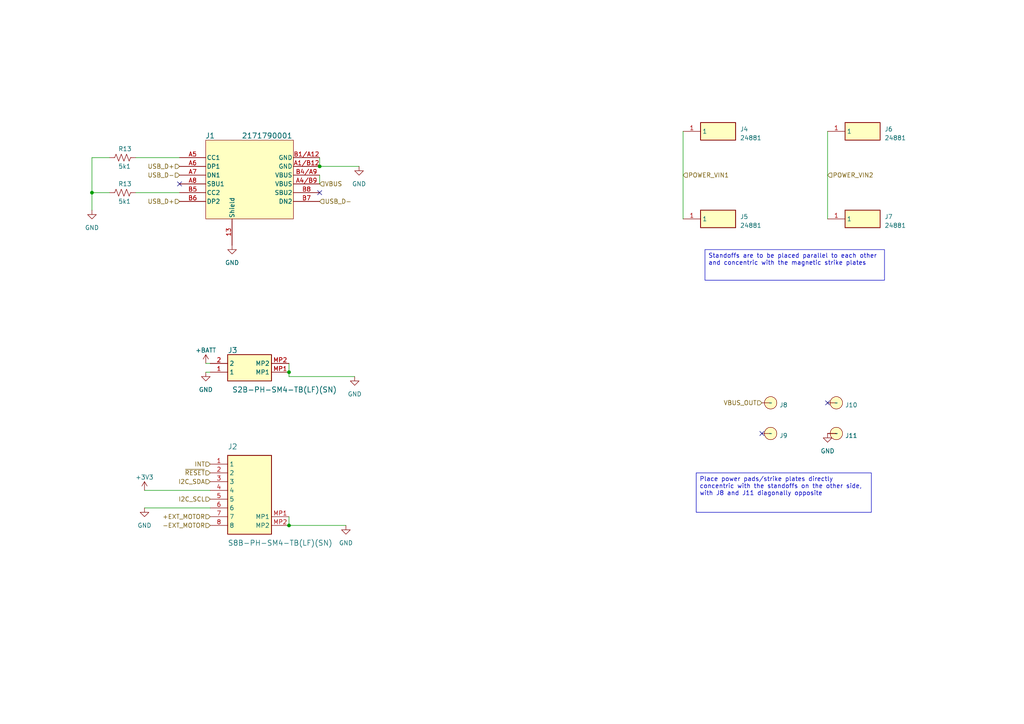
<source format=kicad_sch>
(kicad_sch (version 20230121) (generator eeschema)
  (paper "A4")
  (lib_symbols
    (symbol "Device:R_US" (pin_numbers hide) (pin_names (offset 0))
      (property "Reference" "R" (at 2.54 0 90))
      (property "Value" "R_US" (at -2.54 0 90))
      (symbol "R_US_0_1"
        (polyline (pts (xy 0 -2.286) (xy 0 -2.54)))
        (polyline (pts (xy 0 2.286) (xy 0 2.54)))
        (polyline (pts (xy 0 -0.762) (xy 1.016 -1.143) (xy 0 -1.524) (xy -1.016 -1.905) (xy 0 -2.286)))
        (polyline (pts (xy 0 0.762) (xy 1.016 0.381) (xy 0 0) (xy -1.016 -0.381) (xy 0 -0.762)))
        (polyline (pts (xy 0 2.286) (xy 1.016 1.905) (xy 0 1.524) (xy -1.016 1.143) (xy 0 0.762)))
      )
      (symbol "R_US_1_1"
        (pin passive line (at 0 3.81 270) (length 1.27) (name "~") (number "1"))
        (pin passive line (at 0 -3.81 90) (length 1.27) (name "~") (number "2"))
      )
    )
    (symbol "Eros Tracker:2171790001" (pin_names (offset 0.254))
      (property "Reference" "J" (at -11.43 11.43 0))
      (property "Value" "2171790001" (at 6.35 11.43 0))
      (symbol "2171790001_0_1"
        (pin passive line (at -3.81 -20.32 90) (length 7.62) (name "Shield") (number "13"))
        (pin passive line (at -3.81 -20.32 90) (length 7.62) hide (name "Shield") (number "14"))
        (pin passive line (at -3.81 -20.32 90) (length 7.62) hide (name "Shield") (number "15"))
        (pin passive line (at -3.81 -20.32 90) (length 7.62) hide (name "Shield") (number "16"))
        (pin power_out line (at 21.59 2.54 180) (length 7.62) (name "GND") (number "A1/B12"))
        (pin power_in line (at 21.59 -2.54 180) (length 7.62) (name "VBUS") (number "A4/B9"))
        (pin bidirectional line (at -19.05 5.08 0) (length 7.62) (name "CC1") (number "A5"))
        (pin bidirectional line (at -19.05 2.54 0) (length 7.62) (name "DP1") (number "A6"))
        (pin bidirectional line (at -19.05 0 0) (length 7.62) (name "DN1") (number "A7"))
        (pin bidirectional line (at -19.05 -2.54 0) (length 7.62) (name "SBU1") (number "A8"))
        (pin power_out line (at 21.59 5.08 180) (length 7.62) (name "GND") (number "B1/A12"))
        (pin power_in line (at 21.59 0 180) (length 7.62) (name "VBUS") (number "B4/A9"))
        (pin bidirectional line (at -19.05 -5.08 0) (length 7.62) (name "CC2") (number "B5"))
        (pin bidirectional line (at -19.05 -7.62 0) (length 7.62) (name "DP2") (number "B6"))
        (pin bidirectional line (at 21.59 -7.62 180) (length 7.62) (name "DN2") (number "B7"))
        (pin bidirectional line (at 21.59 -5.08 180) (length 7.62) (name "SBU2") (number "B8"))
      )
      (symbol "2171790001_1_1"
        (rectangle (start -11.43 10.16) (end 13.97 -12.7) (fill (type background)))
      )
    )
    (symbol "Eros Tracker:24881"
      (property "Reference" "J" (at 16.51 7.62 0))
      (property "Value" "24881" (at 16.51 5.08 0))
      (symbol "24881_1_1"
        (rectangle (start 5.08 2.54) (end 15.24 -2.54) (stroke (width 0.254)) (fill (type background)))
        (pin passive line (at 0 0 0) (length 5.08) (name "1") (number "1"))
      )
    )
    (symbol "Eros Tracker:Power_Pad" (pin_numbers hide) (pin_names hide)
      (property "Reference" "J" (at 0 2.54 0))
      (symbol "Power_Pad_0_1"
        (circle (center 0 0) (radius 1.7961) (fill (type background)))
      )
      (symbol "Power_Pad_1_1"
        (pin passive line (at -2.54 0 0) (length 2.54) (name "1") (number "1"))
      )
    )
    (symbol "Eros Tracker:S2B-PH-SM4-TB_LF__SN_"
      (property "Reference" "J" (at 19.05 7.62 0))
      (property "Value" "S2B-PH-SM4-TB_LF__SN_" (at 19.05 5.08 0))
      (symbol "S2B-PH-SM4-TB_LF__SN__1_1"
        (rectangle (start 5.08 2.54) (end 17.78 -5.08) (stroke (width 0.254)) (fill (type background)))
        (pin passive line (at 0 -2.54 0) (length 5.08) (name "1") (number "1"))
        (pin passive line (at 0 0 0) (length 5.08) (name "2") (number "2"))
        (pin passive line (at 22.86 -2.54 180) (length 5.08) (name "MP1") (number "MP1"))
        (pin passive line (at 22.86 0 180) (length 5.08) (name "MP2") (number "MP2"))
      )
    )
    (symbol "Eros Tracker:S8B-PH-SM4-TB_LF__SN_"
      (property "Reference" "J" (at 19.05 7.62 0))
      (property "Value" "S8B-PH-SM4-TB_LF__SN_" (at 19.05 5.08 0))
      (symbol "S8B-PH-SM4-TB_LF__SN__1_1"
        (rectangle (start 5.08 2.54) (end 17.78 -20.32) (stroke (width 0.254)) (fill (type background)))
        (pin passive line (at 0 -17.78 0) (length 5.08) (name "1") (number "1"))
        (pin passive line (at 0 -15.24 0) (length 5.08) (name "2") (number "2"))
        (pin passive line (at 0 -12.7 0) (length 5.08) (name "3") (number "3"))
        (pin passive line (at 0 -10.16 0) (length 5.08) (name "4") (number "4"))
        (pin passive line (at 0 -7.62 0) (length 5.08) (name "5") (number "5"))
        (pin passive line (at 0 -5.08 0) (length 5.08) (name "6") (number "6"))
        (pin passive line (at 0 -2.54 0) (length 5.08) (name "7") (number "7"))
        (pin passive line (at 0 0 0) (length 5.08) (name "8") (number "8"))
        (pin passive line (at 22.86 -2.54 180) (length 5.08) (name "MP1") (number "MP1"))
        (pin passive line (at 22.86 0 180) (length 5.08) (name "MP2") (number "MP2"))
      )
    )
    (symbol "power:+3V3" (power) (pin_names (offset 0))
      (property "Value" "+3V3" (at 0 3.556 0))
      (symbol "+3V3_0_1"
        (polyline (pts (xy -0.762 1.27) (xy 0 2.54)))
        (polyline (pts (xy 0 0) (xy 0 2.54)))
        (polyline (pts (xy 0 2.54) (xy 0.762 1.27)))
      )
      (symbol "+3V3_1_1"
        (pin power_in line (at 0 0 90) (length 0) hide (name "+3V3") (number "1"))
      )
    )
    (symbol "power:+BATT" (power) (pin_names (offset 0))
      (property "Value" "+BATT" (at 0 3.556 0))
      (symbol "+BATT_0_1"
        (polyline (pts (xy -0.762 1.27) (xy 0 2.54)))
        (polyline (pts (xy 0 0) (xy 0 2.54)))
        (polyline (pts (xy 0 2.54) (xy 0.762 1.27)))
      )
      (symbol "+BATT_1_1"
        (pin power_in line (at 0 0 90) (length 0) hide (name "+BATT") (number "1"))
      )
    )
    (symbol "power:GND" (power) (pin_names (offset 0))
      (property "Value" "GND" (at 0 -3.81 0))
      (symbol "GND_0_1"
        (polyline (pts (xy 0 0) (xy 0 -1.27) (xy 1.27 -1.27) (xy 0 -2.54) (xy -1.27 -1.27) (xy 0 -1.27)))
      )
      (symbol "GND_1_1"
        (pin power_in line (at 0 0 270) (length 0) hide (name "GND") (number "1"))
      )
    )
  )
  (junction (at 83.82 107.95))
  (junction (at 92.71 48.26))
  (junction (at 26.67 55.88))
  (junction (at 83.82 152.4))
  (no_connect (at 52.07 53.34))
  (no_connect (at 240.03 116.84))
  (no_connect (at 220.98 125.73))
  (no_connect (at 92.71 55.88))
  (wire (pts (xy 83.82 107.95) (xy 83.82 105.41)))
  (wire (pts (xy 198.12 38.1) (xy 198.12 63.5)))
  (wire (pts (xy 31.75 45.72) (xy 26.67 45.72)))
  (wire (pts (xy 60.96 105.41) (xy 59.69 105.41)))
  (wire (pts (xy 83.82 149.86) (xy 83.82 152.4)))
  (wire (pts (xy 41.91 147.32) (xy 60.96 147.32)))
  (wire (pts (xy 104.14 48.26) (xy 92.71 48.26)))
  (wire (pts (xy 102.87 109.22) (xy 83.82 109.22)))
  (wire (pts (xy 60.96 107.95) (xy 59.69 107.95)))
  (wire (pts (xy 39.37 45.72) (xy 52.07 45.72)))
  (wire (pts (xy 83.82 109.22) (xy 83.82 107.95)))
  (wire (pts (xy 39.37 55.88) (xy 52.07 55.88)))
  (wire (pts (xy 83.82 152.4) (xy 100.33 152.4)))
  (wire (pts (xy 92.71 53.34) (xy 92.71 50.8)))
  (wire (pts (xy 41.91 142.24) (xy 60.96 142.24)))
  (wire (pts (xy 92.71 45.72) (xy 92.71 48.26)))
  (wire (pts (xy 26.67 55.88) (xy 26.67 60.96)))
  (wire (pts (xy 26.67 45.72) (xy 26.67 55.88)))
  (wire (pts (xy 26.67 55.88) (xy 31.75 55.88)))
  (wire (pts (xy 240.03 38.1) (xy 240.03 63.5)))
  (text_box "Standoffs are to be placed parallel to each other and concentric with the magnetic strike plates" (at 204.47 72.39 0) (size 52.07 8.89) (effects (font (size 1.27 1.27)) (justify left top)))
  (text_box "Place power pads/strike plates directly concentric with the standoffs on the other side, with J8 and J11 diagonally opposite\n" (at 201.93 137.16 0) (size 50.8 11.43) (effects (font (size 1.27 1.27)) (justify left top)))
  (hierarchical_label "-EXT_MOTOR" (shape input) (at 60.96 152.4 180) (property "Intersheetrefs" "${INTERSHEET_REFS}" (effects hide)))
  (hierarchical_label "~{RESET}" (shape input) (at 60.96 137.16 180) (property "Intersheetrefs" "${INTERSHEET_REFS}" (effects hide)))
  (hierarchical_label "POWER_VIN2" (shape input) (at 240.03 50.8 0))
  (hierarchical_label "I2C_SCL" (shape input) (at 60.96 144.78 180) (property "Intersheetrefs" "${INTERSHEET_REFS}" (effects hide)))
  (hierarchical_label "USB_D-" (shape input) (at 92.71 58.42 0))
  (hierarchical_label "USB_D+" (shape input) (at 52.07 58.42 180))
  (hierarchical_label "POWER_VIN1" (shape input) (at 198.12 50.8 0))
  (hierarchical_label "VBUS" (shape input) (at 92.71 53.34 0))
  (hierarchical_label "+EXT_MOTOR" (shape input) (at 60.96 149.86 180) (property "Intersheetrefs" "${INTERSHEET_REFS}" (effects hide)))
  (hierarchical_label "I2C_SDA" (shape input) (at 60.96 139.7 180) (property "Intersheetrefs" "${INTERSHEET_REFS}" (effects hide)))
  (hierarchical_label "INT" (shape input) (at 60.96 134.62 180))
  (hierarchical_label "USB_D+" (shape input) (at 52.07 48.26 180))
  (hierarchical_label "USB_D-" (shape input) (at 52.07 50.8 180))
  (hierarchical_label "VBUS_OUT" (shape input) (at 220.98 116.84 180))
  (symbol (lib_id "power:GND") (at 26.67 60.96 0) (unit 1)
    (property "Reference" "#PWR040" (effects hide))
    (property "Value" "GND" (at 26.67 66.04 0))
  )
  (symbol (lib_id "Eros Tracker:Power_Pad") (at 223.52 116.84 0) (unit 1)
    (property "Reference" "J8" (at 226.06 117.475 0) (effects (justify left)))
    (property "Value" "~" (at 223.52 116.84 0))
    (property "Footprint" "Eros Tracker:10mmDisc" (effects hide))
    (property "Datasheet" "https://totalelement.com/collections/steel-discs/products/3-8-inch-steel-disc-blank-metal-strike-plates-250-pack" (effects hide))
  )
  (symbol (lib_id "Eros Tracker:S2B-PH-SM4-TB_LF__SN_") (at 60.96 105.41 0) (unit 1)
    (property "Reference" "J3" (at 66.04 101.6 0) (effects (font (size 1.524 1.524)) (justify left)))
    (property "Value" "S2B-PH-SM4-TB(LF)(SN)" (at 67.31 113.03 0) (effects (font (size 1.524 1.524)) (justify left)))
    (property "Footprint" "Eros Tracker:S2BPHSM4TBLFSN" (effects hide))
    (property "Datasheet" "https://www.jst-mfg.com/product/pdf/eng/ePH.pdf" (effects hide))
    (property "Height" "6.6" (effects hide))
    (property "Manufacturer_Name" "JST (JAPAN SOLDERLESS TERMINALS)" (effects hide))
    (property "Manufacturer_Part_Number" "S2B-PH-SM4-TB(LF)(SN)" (effects hide))
  )
  (symbol (lib_id "Device:R_US") (at 35.56 45.72 270) (unit 1)
    (property "Reference" "R13" (at 34.29 43.18 90) (effects (justify left)))
    (property "Value" "5k1" (at 34.29 48.26 90) (effects (justify left)))
    (property "Footprint" "Resistor_SMD:R_0805_2012Metric" (effects hide))
    (property "Datasheet" "https://www.mouser.com/datasheet/2/447/PYu_RT_1_to_0_01_RoHS_L_12-3003070.pdf" (effects hide))
    (property "Manufacturer_Name" "YAGEO" (effects hide))
    (property "Manufacturer_Part_Number" "RT0805FRE135K1L" (effects hide))
    (property "Mouser Part Number" "603-RT0805FRE135K1L" (effects hide))
    (property "Mouser Price/Stock" "https://www.mouser.com/ProductDetail/YAGEO/RT0805FRE135K1L?qs=1mbolxNpo8dZZEMWi2%2FhIQ%3D%3D" (effects hide))
    (instances (project "Eros Tracker" (path "" (reference "R13") (unit 1)) (path "" (reference "R9") (unit 1)) (path "" (reference "R22") (unit 1))))
  )
  (symbol (lib_id "power:GND") (at 104.14 48.26 0) (mirror y) (unit 1)
    (property "Reference" "#PWR047" (effects hide))
    (property "Value" "GND" (at 104.14 53.34 0))
  )
  (symbol (lib_id "Eros Tracker:S8B-PH-SM4-TB_LF__SN_") (at 60.96 152.4 0) (mirror x) (unit 1)
    (property "Reference" "J2" (at 66.04 129.54 0) (effects (font (size 1.524 1.524)) (justify left)))
    (property "Value" "S8B-PH-SM4-TB(LF)(SN)" (at 66.04 157.48 0) (effects (font (size 1.524 1.524)) (justify left)))
    (property "Footprint" "Eros Tracker:S8BPHSM4TBLFSN" (effects hide))
    (property "Datasheet" "https://www.digikey.com/product-detail/en/jst-sales-america-inc/S8B-PH-SM4-TB-LF-SN/455-1755-1-ND/926852" (effects hide))
    (property "Height" "5.5" (effects hide))
    (property "Manufacturer_Name" "JST (JAPAN SOLDERLESS TERMINALS)" (effects hide))
    (property "Manufacturer_Part_Number" "S8B-PH-SM4-TB(LF)(SN)" (effects hide))
  )
  (symbol (lib_id "Eros Tracker:24881") (at 198.12 38.1 0) (unit 1)
    (property "Reference" "J4" (at 214.63 37.465 0) (effects (justify left)))
    (property "Value" "24881" (at 214.63 40.005 0) (effects (justify left)))
    (property "Footprint" "Eros Tracker:2488x-NPTH" (effects hide))
    (property "Datasheet" "https://www.keyelco.com/product-pdf.cfm?p=14492" (effects hide))
    (property "Height" "8.13" (effects hide))
    (property "Mouser Part Number" "534-24881" (effects hide))
    (property "Mouser Price/Stock" "https://www.mouser.co.uk/ProductDetail/Keystone-Electronics/24885?qs=u16ybLDytRauJq9rQZt4xg%3D%3D" (effects hide))
    (property "Manufacturer_Name" "Keystone Electronics" (effects hide))
    (property "Manufacturer_Part_Number" "24881" (effects hide))
  )
  (symbol (lib_id "power:GND") (at 59.69 107.95 0) (unit 1)
    (property "Reference" "#PWR044" (effects hide))
    (property "Value" "GND" (at 59.69 113.03 0))
  )
  (symbol (lib_id "Eros Tracker:Power_Pad") (at 223.52 125.73 0) (unit 1)
    (property "Reference" "J9" (at 226.06 126.365 0) (effects (justify left)))
    (property "Value" "~" (at 223.52 125.73 0))
    (property "Footprint" "Eros Tracker:10mmDisc" (effects hide))
    (property "Datasheet" "https://totalelement.com/collections/steel-discs/products/3-8-inch-steel-disc-blank-metal-strike-plates-250-pack" (effects hide))
  )
  (symbol (lib_id "power:GND") (at 41.91 147.32 0) (unit 1)
    (property "Reference" "#PWR042" (effects hide))
    (property "Value" "GND" (at 41.91 152.4 0))
  )
  (symbol (lib_id "Eros Tracker:Power_Pad") (at 242.57 116.84 0) (unit 1)
    (property "Reference" "J10" (at 245.11 117.475 0) (effects (justify left)))
    (property "Value" "~" (at 242.57 116.84 0))
    (property "Footprint" "Eros Tracker:10mmDisc" (effects hide))
    (property "Datasheet" "https://totalelement.com/collections/steel-discs/products/3-8-inch-steel-disc-blank-metal-strike-plates-250-pack" (effects hide))
  )
  (symbol (lib_id "Eros Tracker:24881") (at 198.12 63.5 0) (unit 1)
    (property "Reference" "J5" (at 214.63 62.865 0) (effects (justify left)))
    (property "Value" "24881" (at 214.63 65.405 0) (effects (justify left)))
    (property "Footprint" "Eros Tracker:2488x-NPTH" (effects hide))
    (property "Datasheet" "https://www.keyelco.com/product-pdf.cfm?p=14492" (effects hide))
    (property "Height" "8.13" (effects hide))
    (property "Mouser Part Number" "534-24881" (effects hide))
    (property "Mouser Price/Stock" "https://www.mouser.co.uk/ProductDetail/Keystone-Electronics/24885?qs=u16ybLDytRauJq9rQZt4xg%3D%3D" (effects hide))
    (property "Manufacturer_Name" "Keystone Electronics" (effects hide))
    (property "Manufacturer_Part_Number" "24881" (effects hide))
  )
  (symbol (lib_id "power:GND") (at 102.87 109.22 0) (unit 1)
    (property "Reference" "#PWR045" (effects hide))
    (property "Value" "GND" (at 102.87 114.3 0))
  )
  (symbol (lib_id "power:GND") (at 240.03 125.73 0) (unit 1)
    (property "Reference" "#PWR049" (effects hide))
    (property "Value" "GND" (at 240.03 130.81 0))
  )
  (symbol (lib_id "Eros Tracker:24881") (at 240.03 63.5 0) (unit 1)
    (property "Reference" "J7" (at 256.54 62.865 0) (effects (justify left)))
    (property "Value" "24881" (at 256.54 65.405 0) (effects (justify left)))
    (property "Footprint" "Eros Tracker:2488x-NPTH" (effects hide))
    (property "Datasheet" "https://www.keyelco.com/product-pdf.cfm?p=14492" (effects hide))
    (property "Height" "8.13" (effects hide))
    (property "Mouser Part Number" "534-24881" (effects hide))
    (property "Mouser Price/Stock" "https://www.mouser.co.uk/ProductDetail/Keystone-Electronics/24885?qs=u16ybLDytRauJq9rQZt4xg%3D%3D" (effects hide))
    (property "Manufacturer_Name" "Keystone Electronics" (effects hide))
    (property "Manufacturer_Part_Number" "24881" (effects hide))
  )
  (symbol (lib_id "power:+BATT") (at 59.69 105.41 0) (unit 1)
    (property "Reference" "#PWR043" (effects hide))
    (property "Value" "+BATT" (at 59.69 101.6 0))
  )
  (symbol (lib_id "Eros Tracker:2171790001") (at 71.12 50.8 0) (unit 1)
    (property "Reference" "J1" (at 60.96 39.37 0) (effects (font (size 1.524 1.524))))
    (property "Value" "2171790001" (at 77.47 39.37 0) (effects (font (size 1.524 1.524))))
    (property "Footprint" "2171790001_MOL" (effects hide))
    (property "Datasheet" "https://www.molex.com/webdocs/datasheets/pdf/en-us/2171790001_IO_CONNECTORS.pdf" (effects hide))
  )
  (symbol (lib_id "power:GND") (at 100.33 152.4 0) (unit 1)
    (property "Reference" "#PWR046" (effects hide))
    (property "Value" "GND" (at 100.33 157.48 0))
  )
  (symbol (lib_id "Eros Tracker:24881") (at 240.03 38.1 0) (unit 1)
    (property "Reference" "J6" (at 256.54 37.465 0) (effects (justify left)))
    (property "Value" "24881" (at 256.54 40.005 0) (effects (justify left)))
    (property "Footprint" "Eros Tracker:2488x-NPTH" (effects hide))
    (property "Datasheet" "https://www.keyelco.com/product-pdf.cfm?p=14492" (effects hide))
    (property "Height" "8.13" (effects hide))
    (property "Mouser Part Number" "534-24881" (effects hide))
    (property "Mouser Price/Stock" "https://www.mouser.co.uk/ProductDetail/Keystone-Electronics/24885?qs=u16ybLDytRauJq9rQZt4xg%3D%3D" (effects hide))
    (property "Manufacturer_Name" "Keystone Electronics" (effects hide))
    (property "Manufacturer_Part_Number" "24881" (effects hide))
  )
  (symbol (lib_id "Device:R_US") (at 35.56 55.88 270) (unit 1)
    (property "Reference" "R13" (at 34.29 53.34 90) (effects (justify left)))
    (property "Value" "5k1" (at 34.29 58.42 90) (effects (justify left)))
    (property "Footprint" "Resistor_SMD:R_0805_2012Metric" (effects hide))
    (property "Datasheet" "https://www.mouser.com/datasheet/2/447/PYu_RT_1_to_0_01_RoHS_L_12-3003070.pdf" (effects hide))
    (property "Manufacturer_Name" "YAGEO" (effects hide))
    (property "Manufacturer_Part_Number" "RT0805FRE135K1L" (effects hide))
    (property "Mouser Part Number" "603-RT0805FRE135K1L" (effects hide))
    (property "Mouser Price/Stock" "https://www.mouser.com/ProductDetail/YAGEO/RT0805FRE135K1L?qs=1mbolxNpo8dZZEMWi2%2FhIQ%3D%3D" (effects hide))
    (instances (project "Eros Tracker" (path "" (reference "R13") (unit 1)) (path "" (reference "R9") (unit 1)) (path "" (reference "R23") (unit 1))))
  )
  (symbol (lib_id "power:GND") (at 67.31 71.12 0) (mirror y) (unit 1)
    (property "Reference" "#PWR050" (effects hide))
    (property "Value" "GND" (at 67.31 76.2 0))
  )
  (symbol (lib_id "Eros Tracker:Power_Pad") (at 242.57 125.73 0) (unit 1)
    (property "Reference" "J11" (at 245.11 126.365 0) (effects (justify left)))
    (property "Value" "~" (at 242.57 125.73 0))
    (property "Footprint" "Eros Tracker:10mmDisc" (effects hide))
    (property "Datasheet" "https://totalelement.com/collections/steel-discs/products/3-8-inch-steel-disc-blank-metal-strike-plates-250-pack" (effects hide))
  )
  (symbol (lib_id "power:+3V3") (at 41.91 142.24 0) (unit 1)
    (property "Reference" "#PWR022" (effects hide))
    (property "Value" "+3V3" (at 41.91 138.43 0))
    (instances (project "Eros Tracker" (path "" (reference "#PWR022") (unit 1)) (path "" (reference "#PWR041") (unit 1))))
  )
)
</source>
